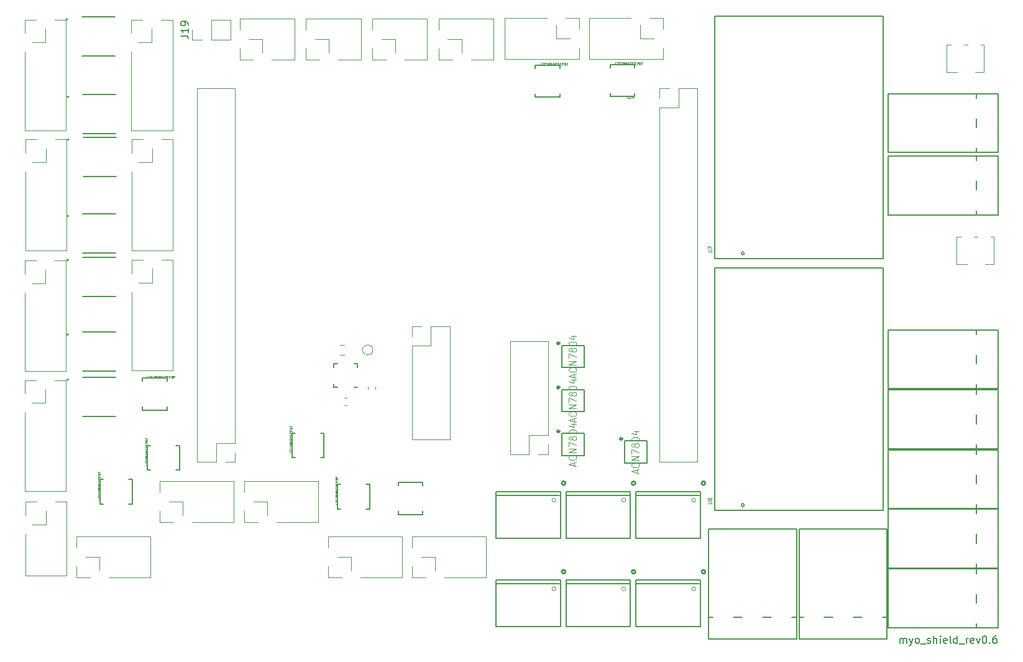
<source format=gbr>
G04 #@! TF.GenerationSoftware,KiCad,Pcbnew,5.0.2-bee76a0~70~ubuntu18.04.1*
G04 #@! TF.CreationDate,2020-03-10T15:21:39+01:00*
G04 #@! TF.ProjectId,myo_shield_pcb,6d796f5f-7368-4696-956c-645f7063622e,rev?*
G04 #@! TF.SameCoordinates,Original*
G04 #@! TF.FileFunction,Legend,Top*
G04 #@! TF.FilePolarity,Positive*
%FSLAX46Y46*%
G04 Gerber Fmt 4.6, Leading zero omitted, Abs format (unit mm)*
G04 Created by KiCad (PCBNEW 5.0.2-bee76a0~70~ubuntu18.04.1) date Di 10 Mär 2020 15:21:39 CET*
%MOMM*%
%LPD*%
G01*
G04 APERTURE LIST*
%ADD10C,0.150000*%
%ADD11C,0.304800*%
%ADD12C,0.127000*%
%ADD13C,0.120000*%
%ADD14C,0.152400*%
%ADD15C,0.254000*%
%ADD16C,0.100000*%
%ADD17C,0.200000*%
%ADD18C,0.050000*%
%ADD19C,0.015000*%
G04 APERTURE END LIST*
D10*
X184028571Y-133052380D02*
X184028571Y-132385714D01*
X184028571Y-132480952D02*
X184076190Y-132433333D01*
X184171428Y-132385714D01*
X184314285Y-132385714D01*
X184409523Y-132433333D01*
X184457142Y-132528571D01*
X184457142Y-133052380D01*
X184457142Y-132528571D02*
X184504761Y-132433333D01*
X184600000Y-132385714D01*
X184742857Y-132385714D01*
X184838095Y-132433333D01*
X184885714Y-132528571D01*
X184885714Y-133052380D01*
X185266666Y-132385714D02*
X185504761Y-133052380D01*
X185742857Y-132385714D02*
X185504761Y-133052380D01*
X185409523Y-133290476D01*
X185361904Y-133338095D01*
X185266666Y-133385714D01*
X186266666Y-133052380D02*
X186171428Y-133004761D01*
X186123809Y-132957142D01*
X186076190Y-132861904D01*
X186076190Y-132576190D01*
X186123809Y-132480952D01*
X186171428Y-132433333D01*
X186266666Y-132385714D01*
X186409523Y-132385714D01*
X186504761Y-132433333D01*
X186552380Y-132480952D01*
X186600000Y-132576190D01*
X186600000Y-132861904D01*
X186552380Y-132957142D01*
X186504761Y-133004761D01*
X186409523Y-133052380D01*
X186266666Y-133052380D01*
X186790476Y-133147619D02*
X187552380Y-133147619D01*
X187742857Y-133004761D02*
X187838095Y-133052380D01*
X188028571Y-133052380D01*
X188123809Y-133004761D01*
X188171428Y-132909523D01*
X188171428Y-132861904D01*
X188123809Y-132766666D01*
X188028571Y-132719047D01*
X187885714Y-132719047D01*
X187790476Y-132671428D01*
X187742857Y-132576190D01*
X187742857Y-132528571D01*
X187790476Y-132433333D01*
X187885714Y-132385714D01*
X188028571Y-132385714D01*
X188123809Y-132433333D01*
X188600000Y-133052380D02*
X188600000Y-132052380D01*
X189028571Y-133052380D02*
X189028571Y-132528571D01*
X188980952Y-132433333D01*
X188885714Y-132385714D01*
X188742857Y-132385714D01*
X188647619Y-132433333D01*
X188600000Y-132480952D01*
X189504761Y-133052380D02*
X189504761Y-132385714D01*
X189504761Y-132052380D02*
X189457142Y-132100000D01*
X189504761Y-132147619D01*
X189552380Y-132100000D01*
X189504761Y-132052380D01*
X189504761Y-132147619D01*
X190361904Y-133004761D02*
X190266666Y-133052380D01*
X190076190Y-133052380D01*
X189980952Y-133004761D01*
X189933333Y-132909523D01*
X189933333Y-132528571D01*
X189980952Y-132433333D01*
X190076190Y-132385714D01*
X190266666Y-132385714D01*
X190361904Y-132433333D01*
X190409523Y-132528571D01*
X190409523Y-132623809D01*
X189933333Y-132719047D01*
X190980952Y-133052380D02*
X190885714Y-133004761D01*
X190838095Y-132909523D01*
X190838095Y-132052380D01*
X191790476Y-133052380D02*
X191790476Y-132052380D01*
X191790476Y-133004761D02*
X191695238Y-133052380D01*
X191504761Y-133052380D01*
X191409523Y-133004761D01*
X191361904Y-132957142D01*
X191314285Y-132861904D01*
X191314285Y-132576190D01*
X191361904Y-132480952D01*
X191409523Y-132433333D01*
X191504761Y-132385714D01*
X191695238Y-132385714D01*
X191790476Y-132433333D01*
X192028571Y-133147619D02*
X192790476Y-133147619D01*
X193028571Y-133052380D02*
X193028571Y-132385714D01*
X193028571Y-132576190D02*
X193076190Y-132480952D01*
X193123809Y-132433333D01*
X193219047Y-132385714D01*
X193314285Y-132385714D01*
X194028571Y-133004761D02*
X193933333Y-133052380D01*
X193742857Y-133052380D01*
X193647619Y-133004761D01*
X193600000Y-132909523D01*
X193600000Y-132528571D01*
X193647619Y-132433333D01*
X193742857Y-132385714D01*
X193933333Y-132385714D01*
X194028571Y-132433333D01*
X194076190Y-132528571D01*
X194076190Y-132623809D01*
X193600000Y-132719047D01*
X194409523Y-132385714D02*
X194647619Y-133052380D01*
X194885714Y-132385714D01*
X195457142Y-132052380D02*
X195552380Y-132052380D01*
X195647619Y-132100000D01*
X195695238Y-132147619D01*
X195742857Y-132242857D01*
X195790476Y-132433333D01*
X195790476Y-132671428D01*
X195742857Y-132861904D01*
X195695238Y-132957142D01*
X195647619Y-133004761D01*
X195552380Y-133052380D01*
X195457142Y-133052380D01*
X195361904Y-133004761D01*
X195314285Y-132957142D01*
X195266666Y-132861904D01*
X195219047Y-132671428D01*
X195219047Y-132433333D01*
X195266666Y-132242857D01*
X195314285Y-132147619D01*
X195361904Y-132100000D01*
X195457142Y-132052380D01*
X196219047Y-132957142D02*
X196266666Y-133004761D01*
X196219047Y-133052380D01*
X196171428Y-133004761D01*
X196219047Y-132957142D01*
X196219047Y-133052380D01*
X197123809Y-132052380D02*
X196933333Y-132052380D01*
X196838095Y-132100000D01*
X196790476Y-132147619D01*
X196695238Y-132290476D01*
X196647619Y-132480952D01*
X196647619Y-132861904D01*
X196695238Y-132957142D01*
X196742857Y-133004761D01*
X196838095Y-133052380D01*
X197028571Y-133052380D01*
X197123809Y-133004761D01*
X197171428Y-132957142D01*
X197219047Y-132861904D01*
X197219047Y-132623809D01*
X197171428Y-132528571D01*
X197123809Y-132480952D01*
X197028571Y-132433333D01*
X196838095Y-132433333D01*
X196742857Y-132480952D01*
X196695238Y-132528571D01*
X196647619Y-132623809D01*
D11*
G04 #@! TO.C,Q3*
X137600000Y-92190000D02*
G75*
G03X137600000Y-92190000I-150000J0D01*
G01*
D12*
X137950000Y-95490000D02*
X140950000Y-95490000D01*
X140950000Y-95490000D02*
X140950000Y-92490000D01*
X140950000Y-92490000D02*
X137950000Y-92490000D01*
X137950000Y-92490000D02*
X137950000Y-95490000D01*
D13*
G04 #@! TO.C,J11*
X136080000Y-91960000D02*
X130880000Y-91960000D01*
X136080000Y-104720000D02*
X136080000Y-91960000D01*
X130880000Y-107320000D02*
X130880000Y-91960000D01*
X136080000Y-104720000D02*
X133480000Y-104720000D01*
X133480000Y-104720000D02*
X133480000Y-107320000D01*
X133480000Y-107320000D02*
X130880000Y-107320000D01*
X136080000Y-105990000D02*
X136080000Y-107320000D01*
X136080000Y-107320000D02*
X134750000Y-107320000D01*
G04 #@! TO.C,J8*
X87540000Y-116530000D02*
X93225000Y-116530000D01*
X93225000Y-116530000D02*
X93225000Y-110930000D01*
X83125000Y-110930000D02*
X93225000Y-110930000D01*
X83125000Y-112460000D02*
X83125000Y-110930000D01*
X84400000Y-113730000D02*
X86270000Y-113730000D01*
X86270000Y-113730000D02*
X86270000Y-115600000D01*
X85000000Y-116530000D02*
X83125000Y-116530000D01*
X83125000Y-116530000D02*
X83125000Y-115000000D01*
G04 #@! TO.C,J17*
X116485000Y-53600000D02*
X119600000Y-53600000D01*
X119600000Y-53600000D02*
X119600000Y-48000000D01*
X112100000Y-48000000D02*
X119600000Y-48000000D01*
X112100000Y-49530000D02*
X112100000Y-48000000D01*
X113345000Y-50800000D02*
X115215000Y-50800000D01*
X115215000Y-50800000D02*
X115215000Y-52670000D01*
X113945000Y-53600000D02*
X112100000Y-53600000D01*
X112100000Y-53600000D02*
X112100000Y-52070000D01*
G04 #@! TO.C,J20*
X117505000Y-124085000D02*
X117505000Y-122555000D01*
X119380000Y-124085000D02*
X117505000Y-124085000D01*
X120650000Y-121285000D02*
X120650000Y-123155000D01*
X118780000Y-121285000D02*
X120650000Y-121285000D01*
X117505000Y-120015000D02*
X117505000Y-118485000D01*
X117505000Y-118485000D02*
X127605000Y-118485000D01*
X127605000Y-124085000D02*
X127605000Y-118485000D01*
X121920000Y-124085000D02*
X127605000Y-124085000D01*
D14*
G04 #@! TO.C,U1*
X115651731Y-111141858D02*
X115651731Y-111599058D01*
X119004531Y-111141858D02*
X115651731Y-111141858D01*
X119004531Y-115510658D02*
X119004531Y-115053458D01*
X115651731Y-115510658D02*
X119004531Y-115510658D01*
X115651731Y-115053458D02*
X115651731Y-115510658D01*
X119004531Y-111599058D02*
X119004531Y-111141858D01*
D13*
G04 #@! TO.C,J16*
X121150000Y-53600000D02*
X121150000Y-52070000D01*
X122995000Y-53600000D02*
X121150000Y-53600000D01*
X124265000Y-50800000D02*
X124265000Y-52670000D01*
X122395000Y-50800000D02*
X124265000Y-50800000D01*
X121150000Y-49530000D02*
X121150000Y-48000000D01*
X121150000Y-48000000D02*
X128650000Y-48000000D01*
X128650000Y-53600000D02*
X128650000Y-48000000D01*
X125535000Y-53600000D02*
X128650000Y-53600000D01*
G04 #@! TO.C,J18*
X103050000Y-53600000D02*
X103050000Y-52070000D01*
X104895000Y-53600000D02*
X103050000Y-53600000D01*
X106165000Y-50800000D02*
X106165000Y-52670000D01*
X104295000Y-50800000D02*
X106165000Y-50800000D01*
X103050000Y-49530000D02*
X103050000Y-48000000D01*
X103050000Y-48000000D02*
X110550000Y-48000000D01*
X110550000Y-53600000D02*
X110550000Y-48000000D01*
X107435000Y-53600000D02*
X110550000Y-53600000D01*
G04 #@! TO.C,J3*
X151220000Y-57460000D02*
X152550000Y-57460000D01*
X151220000Y-58790000D02*
X151220000Y-57460000D01*
X153820000Y-57460000D02*
X156420000Y-57460000D01*
X153820000Y-60060000D02*
X153820000Y-57460000D01*
X151220000Y-60060000D02*
X153820000Y-60060000D01*
X156420000Y-57460000D02*
X156420000Y-108380000D01*
X151220000Y-60060000D02*
X151220000Y-108380000D01*
X151220000Y-108380000D02*
X156420000Y-108380000D01*
G04 #@! TO.C,J6*
X93430000Y-57460000D02*
X88230000Y-57460000D01*
X93430000Y-105780000D02*
X93430000Y-57460000D01*
X88230000Y-108380000D02*
X88230000Y-57460000D01*
X93430000Y-105780000D02*
X90830000Y-105780000D01*
X90830000Y-105780000D02*
X90830000Y-108380000D01*
X90830000Y-108380000D02*
X88230000Y-108380000D01*
X93430000Y-107050000D02*
X93430000Y-108380000D01*
X93430000Y-108380000D02*
X92100000Y-108380000D01*
G04 #@! TO.C,J1*
X71785000Y-124085000D02*
X71785000Y-122555000D01*
X73660000Y-124085000D02*
X71785000Y-124085000D01*
X74930000Y-121285000D02*
X74930000Y-123155000D01*
X73060000Y-121285000D02*
X74930000Y-121285000D01*
X71785000Y-120015000D02*
X71785000Y-118485000D01*
X71785000Y-118485000D02*
X81885000Y-118485000D01*
X81885000Y-124085000D02*
X81885000Y-118485000D01*
X76200000Y-124085000D02*
X81885000Y-124085000D01*
G04 #@! TO.C,J2*
X110490000Y-124085000D02*
X116175000Y-124085000D01*
X116175000Y-124085000D02*
X116175000Y-118485000D01*
X106075000Y-118485000D02*
X116175000Y-118485000D01*
X106075000Y-120015000D02*
X106075000Y-118485000D01*
X107350000Y-121285000D02*
X109220000Y-121285000D01*
X109220000Y-121285000D02*
X109220000Y-123155000D01*
X107950000Y-124085000D02*
X106075000Y-124085000D01*
X106075000Y-124085000D02*
X106075000Y-122555000D01*
G04 #@! TO.C,J4*
X64870000Y-113725000D02*
X66400000Y-113725000D01*
X64870000Y-115600000D02*
X64870000Y-113725000D01*
X67670000Y-116870000D02*
X65800000Y-116870000D01*
X67670000Y-115000000D02*
X67670000Y-116870000D01*
X68940000Y-113725000D02*
X70470000Y-113725000D01*
X70470000Y-113725000D02*
X70470000Y-123825000D01*
X64870000Y-123825000D02*
X70470000Y-123825000D01*
X64870000Y-118140000D02*
X64870000Y-123825000D01*
G04 #@! TO.C,J5*
X94645000Y-116530000D02*
X94645000Y-115000000D01*
X96520000Y-116530000D02*
X94645000Y-116530000D01*
X97790000Y-113730000D02*
X97790000Y-115600000D01*
X95920000Y-113730000D02*
X97790000Y-113730000D01*
X94645000Y-112460000D02*
X94645000Y-110930000D01*
X94645000Y-110930000D02*
X104745000Y-110930000D01*
X104745000Y-116530000D02*
X104745000Y-110930000D01*
X99060000Y-116530000D02*
X104745000Y-116530000D01*
G04 #@! TO.C,J10*
X64810000Y-97225000D02*
X66340000Y-97225000D01*
X64810000Y-99060000D02*
X64810000Y-97225000D01*
X67610000Y-100330000D02*
X65740000Y-100330000D01*
X67610000Y-98460000D02*
X67610000Y-100330000D01*
X68880000Y-97225000D02*
X70410000Y-97225000D01*
X70410000Y-97225000D02*
X70410000Y-112325000D01*
X64810000Y-112325000D02*
X70410000Y-112325000D01*
X64810000Y-101600000D02*
X64810000Y-112325000D01*
G04 #@! TO.C,J12*
X79315000Y-68815000D02*
X79315000Y-79540000D01*
X79315000Y-79540000D02*
X84915000Y-79540000D01*
X84915000Y-64440000D02*
X84915000Y-79540000D01*
X83385000Y-64440000D02*
X84915000Y-64440000D01*
X82115000Y-65675000D02*
X82115000Y-67545000D01*
X82115000Y-67545000D02*
X80245000Y-67545000D01*
X79315000Y-66275000D02*
X79315000Y-64440000D01*
X79315000Y-64440000D02*
X80845000Y-64440000D01*
G04 #@! TO.C,J13*
X79315000Y-80820000D02*
X80845000Y-80820000D01*
X79315000Y-82655000D02*
X79315000Y-80820000D01*
X82115000Y-83925000D02*
X80245000Y-83925000D01*
X82115000Y-82055000D02*
X82115000Y-83925000D01*
X83385000Y-80820000D02*
X84915000Y-80820000D01*
X84915000Y-80820000D02*
X84915000Y-95920000D01*
X79315000Y-95920000D02*
X84915000Y-95920000D01*
X79315000Y-85195000D02*
X79315000Y-95920000D01*
G04 #@! TO.C,J14*
X64840000Y-68815000D02*
X64840000Y-79540000D01*
X64840000Y-79540000D02*
X70440000Y-79540000D01*
X70440000Y-64440000D02*
X70440000Y-79540000D01*
X68910000Y-64440000D02*
X70440000Y-64440000D01*
X67640000Y-65675000D02*
X67640000Y-67545000D01*
X67640000Y-67545000D02*
X65770000Y-67545000D01*
X64840000Y-66275000D02*
X64840000Y-64440000D01*
X64840000Y-64440000D02*
X66370000Y-64440000D01*
G04 #@! TO.C,J15*
X64775000Y-85295000D02*
X64775000Y-96020000D01*
X64775000Y-96020000D02*
X70375000Y-96020000D01*
X70375000Y-80920000D02*
X70375000Y-96020000D01*
X68845000Y-80920000D02*
X70375000Y-80920000D01*
X67575000Y-82155000D02*
X67575000Y-84025000D01*
X67575000Y-84025000D02*
X65705000Y-84025000D01*
X64775000Y-82755000D02*
X64775000Y-80920000D01*
X64775000Y-80920000D02*
X66305000Y-80920000D01*
G04 #@! TO.C,J21*
X94050000Y-53600000D02*
X94050000Y-52070000D01*
X95895000Y-53600000D02*
X94050000Y-53600000D01*
X97165000Y-50800000D02*
X97165000Y-52670000D01*
X95295000Y-50800000D02*
X97165000Y-50800000D01*
X94050000Y-49530000D02*
X94050000Y-48000000D01*
X94050000Y-48000000D02*
X101550000Y-48000000D01*
X101550000Y-53600000D02*
X101550000Y-48000000D01*
X98435000Y-53600000D02*
X101550000Y-53600000D01*
D14*
G04 #@! TO.C,U2*
X111278052Y-114771961D02*
X111735252Y-114771961D01*
X107823652Y-111419161D02*
X107366452Y-111419161D01*
X107366452Y-111419161D02*
X107366452Y-114771961D01*
X107366452Y-114771961D02*
X107823652Y-114771961D01*
X111735252Y-114771961D02*
X111735252Y-111419161D01*
X111735252Y-111419161D02*
X111278052Y-111419161D01*
G04 #@! TO.C,U3*
X105539808Y-104440077D02*
X105082608Y-104440077D01*
X105539808Y-107792877D02*
X105539808Y-104440077D01*
X101171008Y-107792877D02*
X101628208Y-107792877D01*
X101171008Y-104440077D02*
X101171008Y-107792877D01*
X101628208Y-104440077D02*
X101171008Y-104440077D01*
X105082608Y-107792877D02*
X105539808Y-107792877D01*
G04 #@! TO.C,U4*
X85367200Y-109456400D02*
X85824400Y-109456400D01*
X81912800Y-106103600D02*
X81455600Y-106103600D01*
X81455600Y-106103600D02*
X81455600Y-109456400D01*
X81455600Y-109456400D02*
X81912800Y-109456400D01*
X85824400Y-109456400D02*
X85824400Y-106103600D01*
X85824400Y-106103600D02*
X85367200Y-106103600D01*
G04 #@! TO.C,U5*
X78941390Y-114065706D02*
X79398590Y-114065706D01*
X75486990Y-110712906D02*
X75029790Y-110712906D01*
X75029790Y-110712906D02*
X75029790Y-114065706D01*
X75029790Y-114065706D02*
X75486990Y-114065706D01*
X79398590Y-114065706D02*
X79398590Y-110712906D01*
X79398590Y-110712906D02*
X78941390Y-110712906D01*
G04 #@! TO.C,U6*
X84147094Y-101283590D02*
X84147094Y-100826390D01*
X80794294Y-101283590D02*
X84147094Y-101283590D01*
X80794294Y-96914790D02*
X80794294Y-97371990D01*
X84147094Y-96914790D02*
X80794294Y-96914790D01*
X84147094Y-97371990D02*
X84147094Y-96914790D01*
X80794294Y-100826390D02*
X80794294Y-101283590D01*
D10*
G04 #@! TO.C,J31*
X182400000Y-74700000D02*
X197400000Y-74700000D01*
X182400000Y-66700000D02*
X182400000Y-74700000D01*
X197400000Y-66700000D02*
X182400000Y-66700000D01*
X197400000Y-74700000D02*
X197400000Y-66700000D01*
X194400000Y-66700000D02*
X194400000Y-67300000D01*
X194400000Y-70100000D02*
X194400000Y-71300000D01*
X194400000Y-74700000D02*
X194400000Y-74100000D01*
D11*
G04 #@! TO.C,Q1*
X137600000Y-104190000D02*
G75*
G03X137600000Y-104190000I-150000J0D01*
G01*
D12*
X137950000Y-107490000D02*
X140950000Y-107490000D01*
X140950000Y-107490000D02*
X140950000Y-104490000D01*
X140950000Y-104490000D02*
X137950000Y-104490000D01*
X137950000Y-104490000D02*
X137950000Y-107490000D01*
G04 #@! TO.C,Q2*
X137950000Y-98490000D02*
X137950000Y-101490000D01*
X140950000Y-98490000D02*
X137950000Y-98490000D01*
X140950000Y-101490000D02*
X140950000Y-98490000D01*
X137950000Y-101490000D02*
X140950000Y-101490000D01*
D11*
X137600000Y-98190000D02*
G75*
G03X137600000Y-98190000I-150000J0D01*
G01*
D13*
G04 #@! TO.C,RV1*
X195420000Y-51530000D02*
X195420000Y-55270000D01*
X190380000Y-51530000D02*
X190380000Y-55270000D01*
X194240000Y-55270000D02*
X195420000Y-55270000D01*
X190380000Y-55270000D02*
X191760000Y-55270000D01*
X192740000Y-51530000D02*
X193260000Y-51530000D01*
X190380000Y-51530000D02*
X190961000Y-51530000D01*
X195040000Y-51530000D02*
X195420000Y-51530000D01*
G04 #@! TO.C,RV2*
X196390000Y-77680000D02*
X196770000Y-77680000D01*
X191730000Y-77680000D02*
X192311000Y-77680000D01*
X194090000Y-77680000D02*
X194610000Y-77680000D01*
X191730000Y-81420000D02*
X193110000Y-81420000D01*
X195590000Y-81420000D02*
X196770000Y-81420000D01*
X191730000Y-77680000D02*
X191730000Y-81420000D01*
X196770000Y-77680000D02*
X196770000Y-81420000D01*
D14*
G04 #@! TO.C,U7*
X162780000Y-79935000D02*
G75*
G03X162780000Y-79935000I-200000J0D01*
G01*
D12*
X181680000Y-80635000D02*
X158780000Y-80635000D01*
X181680000Y-47635000D02*
X181680000Y-80635000D01*
X158780000Y-47635000D02*
X181680000Y-47635000D01*
X158780000Y-80635000D02*
X158780000Y-47635000D01*
G04 #@! TO.C,U8*
X158780000Y-114925000D02*
X158780000Y-81925000D01*
X158780000Y-81925000D02*
X181680000Y-81925000D01*
X181680000Y-81925000D02*
X181680000Y-114925000D01*
X181680000Y-114925000D02*
X158780000Y-114925000D01*
D14*
X162780000Y-114225000D02*
G75*
G03X162780000Y-114225000I-200000J0D01*
G01*
D15*
G04 #@! TO.C,U9*
X138430000Y-111252000D02*
G75*
G03X138430000Y-111252000I-254000J0D01*
G01*
D16*
X137126100Y-113570000D02*
G75*
G03X137126100Y-113570000I-276100J0D01*
G01*
D14*
X128990000Y-112906000D02*
X137635000Y-112906000D01*
X137735000Y-112390000D02*
X137735000Y-118750000D01*
X128990000Y-112390000D02*
X137735000Y-112390000D01*
X137735000Y-118750000D02*
X128990000Y-118750000D01*
X128990000Y-112906000D02*
X128990000Y-112390000D01*
X128990000Y-118750000D02*
X128990000Y-112906000D01*
G04 #@! TO.C,U10*
X138515000Y-118750000D02*
X138515000Y-112906000D01*
X138515000Y-112906000D02*
X138515000Y-112390000D01*
X147260000Y-118750000D02*
X138515000Y-118750000D01*
X138515000Y-112390000D02*
X147260000Y-112390000D01*
X147260000Y-112390000D02*
X147260000Y-118750000D01*
X138515000Y-112906000D02*
X147160000Y-112906000D01*
D16*
X146651100Y-113570000D02*
G75*
G03X146651100Y-113570000I-276100J0D01*
G01*
D15*
X147955000Y-111252000D02*
G75*
G03X147955000Y-111252000I-254000J0D01*
G01*
G04 #@! TO.C,U11*
X157480000Y-111252000D02*
G75*
G03X157480000Y-111252000I-254000J0D01*
G01*
D16*
X156176100Y-113570000D02*
G75*
G03X156176100Y-113570000I-276100J0D01*
G01*
D14*
X148040000Y-112906000D02*
X156685000Y-112906000D01*
X156785000Y-112390000D02*
X156785000Y-118750000D01*
X148040000Y-112390000D02*
X156785000Y-112390000D01*
X156785000Y-118750000D02*
X148040000Y-118750000D01*
X148040000Y-112906000D02*
X148040000Y-112390000D01*
X148040000Y-118750000D02*
X148040000Y-112906000D01*
G04 #@! TO.C,U12*
X128990000Y-130815000D02*
X128990000Y-124971000D01*
X128990000Y-124971000D02*
X128990000Y-124455000D01*
X137735000Y-130815000D02*
X128990000Y-130815000D01*
X128990000Y-124455000D02*
X137735000Y-124455000D01*
X137735000Y-124455000D02*
X137735000Y-130815000D01*
X128990000Y-124971000D02*
X137635000Y-124971000D01*
D16*
X137126100Y-125635000D02*
G75*
G03X137126100Y-125635000I-276100J0D01*
G01*
D15*
X138430000Y-123317000D02*
G75*
G03X138430000Y-123317000I-254000J0D01*
G01*
D14*
G04 #@! TO.C,U13*
X138515000Y-130815000D02*
X138515000Y-124971000D01*
X138515000Y-124971000D02*
X138515000Y-124455000D01*
X147260000Y-130815000D02*
X138515000Y-130815000D01*
X138515000Y-124455000D02*
X147260000Y-124455000D01*
X147260000Y-124455000D02*
X147260000Y-130815000D01*
X138515000Y-124971000D02*
X147160000Y-124971000D01*
D16*
X146651100Y-125635000D02*
G75*
G03X146651100Y-125635000I-276100J0D01*
G01*
D15*
X147955000Y-123317000D02*
G75*
G03X147955000Y-123317000I-254000J0D01*
G01*
G04 #@! TO.C,U14*
X157480000Y-123317000D02*
G75*
G03X157480000Y-123317000I-254000J0D01*
G01*
D16*
X156176100Y-125635000D02*
G75*
G03X156176100Y-125635000I-276100J0D01*
G01*
D14*
X148040000Y-124971000D02*
X156685000Y-124971000D01*
X156785000Y-124455000D02*
X156785000Y-130815000D01*
X148040000Y-124455000D02*
X156785000Y-124455000D01*
X156785000Y-130815000D02*
X148040000Y-130815000D01*
X148040000Y-124971000D02*
X148040000Y-124455000D01*
X148040000Y-130815000D02*
X148040000Y-124971000D01*
D10*
G04 #@! TO.C,J33*
X170250000Y-129500000D02*
X170850000Y-129500000D01*
X174850000Y-129500000D02*
X173650000Y-129500000D01*
X178850000Y-129500000D02*
X177650000Y-129500000D01*
X182250000Y-129500000D02*
X181650000Y-129500000D01*
X170250000Y-132500000D02*
X182250000Y-132500000D01*
X182250000Y-132500000D02*
X182250000Y-117500000D01*
X182250000Y-117500000D02*
X170250000Y-117500000D01*
X170250000Y-117500000D02*
X170250000Y-132500000D01*
D13*
G04 #@! TO.C,J43*
X79295001Y-52505000D02*
X79295001Y-63230000D01*
X79295001Y-63230000D02*
X84895001Y-63230000D01*
X84895001Y-48130000D02*
X84895001Y-63230000D01*
X83365001Y-48130000D02*
X84895001Y-48130000D01*
X82095001Y-49365000D02*
X82095001Y-51235000D01*
X82095001Y-51235000D02*
X80225001Y-51235000D01*
X79295001Y-49965000D02*
X79295001Y-48130000D01*
X79295001Y-48130000D02*
X80825001Y-48130000D01*
G04 #@! TO.C,J44*
X64810000Y-48130000D02*
X66340000Y-48130000D01*
X64810000Y-49965000D02*
X64810000Y-48130000D01*
X67610000Y-51235000D02*
X65740000Y-51235000D01*
X67610000Y-49365000D02*
X67610000Y-51235000D01*
X68880000Y-48130000D02*
X70410000Y-48130000D01*
X70410000Y-48130000D02*
X70410000Y-63230000D01*
X64810000Y-63230000D02*
X70410000Y-63230000D01*
X64810000Y-52505000D02*
X64810000Y-63230000D01*
D12*
G04 #@! TO.C,U15*
X72645000Y-102160000D02*
X77145000Y-102160000D01*
X77145000Y-96840000D02*
X72645000Y-96840000D01*
D17*
X70715000Y-97160000D02*
G75*
G03X70715000Y-97160000I-100000J0D01*
G01*
D12*
G04 #@! TO.C,U16*
X72735001Y-69445001D02*
X77235001Y-69445001D01*
X77235001Y-64125001D02*
X72735001Y-64125001D01*
D17*
X70805001Y-64445001D02*
G75*
G03X70805001Y-64445001I-100000J0D01*
G01*
G04 #@! TO.C,U17*
X70715000Y-80850000D02*
G75*
G03X70715000Y-80850000I-100000J0D01*
G01*
D12*
X77145000Y-80530000D02*
X72645000Y-80530000D01*
X72645000Y-85850000D02*
X77145000Y-85850000D01*
G04 #@! TO.C,U18*
X72650000Y-79860000D02*
X77150000Y-79860000D01*
X77150000Y-74540000D02*
X72650000Y-74540000D01*
D17*
X70720000Y-74860000D02*
G75*
G03X70720000Y-74860000I-100000J0D01*
G01*
D12*
G04 #@! TO.C,U19*
X72645000Y-96010000D02*
X77145000Y-96010000D01*
X77145000Y-90690000D02*
X72645000Y-90690000D01*
D17*
X70715000Y-91010000D02*
G75*
G03X70715000Y-91010000I-100000J0D01*
G01*
G04 #@! TO.C,U20*
X70620000Y-48060000D02*
G75*
G03X70620000Y-48060000I-100000J0D01*
G01*
D12*
X77050000Y-47740000D02*
X72550000Y-47740000D01*
X72550000Y-53060000D02*
X77050000Y-53060000D01*
D17*
G04 #@! TO.C,U21*
X70750000Y-58620000D02*
G75*
G03X70750000Y-58620000I-100000J0D01*
G01*
D12*
X77180000Y-58300000D02*
X72680000Y-58300000D01*
X72680000Y-63620000D02*
X77180000Y-63620000D01*
D13*
G04 #@! TO.C,J9*
X117490000Y-105275000D02*
X122690000Y-105275000D01*
X117490000Y-92515000D02*
X117490000Y-105275000D01*
X122690000Y-89915000D02*
X122690000Y-105275000D01*
X117490000Y-92515000D02*
X120090000Y-92515000D01*
X120090000Y-92515000D02*
X120090000Y-89915000D01*
X120090000Y-89915000D02*
X122690000Y-89915000D01*
X117490000Y-91245000D02*
X117490000Y-89915000D01*
X117490000Y-89915000D02*
X118820000Y-89915000D01*
G04 #@! TO.C,C13*
X111490000Y-98462779D02*
X111490000Y-98137221D01*
X112510000Y-98462779D02*
X112510000Y-98137221D01*
G04 #@! TO.C,C14*
X108662779Y-99590000D02*
X108337221Y-99590000D01*
X108662779Y-100610000D02*
X108337221Y-100610000D01*
G04 #@! TO.C,C17*
X108258578Y-93810000D02*
X107741422Y-93810000D01*
X108258578Y-92390000D02*
X107741422Y-92390000D01*
D10*
G04 #@! TO.C,MAX1*
X106865000Y-98225000D02*
X106865000Y-97725000D01*
X110115000Y-94975000D02*
X110115000Y-95475000D01*
X106865000Y-94975000D02*
X106865000Y-95475000D01*
X110115000Y-98225000D02*
X109615000Y-98225000D01*
X110115000Y-94975000D02*
X109615000Y-94975000D01*
X106865000Y-94975000D02*
X107365000Y-94975000D01*
X106865000Y-98225000D02*
X107365000Y-98225000D01*
D11*
G04 #@! TO.C,Q4*
X146150000Y-105200000D02*
G75*
G03X146150000Y-105200000I-150000J0D01*
G01*
D12*
X146500000Y-108500000D02*
X149500000Y-108500000D01*
X149500000Y-108500000D02*
X149500000Y-105500000D01*
X149500000Y-105500000D02*
X146500000Y-105500000D01*
X146500000Y-105500000D02*
X146500000Y-108500000D01*
D13*
G04 #@! TO.C,TP1*
X112200000Y-93100000D02*
G75*
G03X112200000Y-93100000I-700000J0D01*
G01*
G04 #@! TO.C,J23*
X151775000Y-47870000D02*
X151775000Y-49400000D01*
X149900000Y-47870000D02*
X151775000Y-47870000D01*
X148630000Y-50670000D02*
X148630000Y-48800000D01*
X150500000Y-50670000D02*
X148630000Y-50670000D01*
X151775000Y-51940000D02*
X151775000Y-53470000D01*
X151775000Y-53470000D02*
X141675000Y-53470000D01*
X141675000Y-47870000D02*
X141675000Y-53470000D01*
X147360000Y-47870000D02*
X141675000Y-47870000D01*
G04 #@! TO.C,J24*
X135860000Y-47870000D02*
X130175000Y-47870000D01*
X130175000Y-47870000D02*
X130175000Y-53470000D01*
X140275000Y-53470000D02*
X130175000Y-53470000D01*
X140275000Y-51940000D02*
X140275000Y-53470000D01*
X139000000Y-50670000D02*
X137130000Y-50670000D01*
X137130000Y-50670000D02*
X137130000Y-48800000D01*
X138400000Y-47870000D02*
X140275000Y-47870000D01*
X140275000Y-47870000D02*
X140275000Y-49400000D01*
D10*
G04 #@! TO.C,J25*
X182395169Y-130947459D02*
X197395169Y-130947459D01*
X182395169Y-122947459D02*
X182395169Y-130947459D01*
X197395169Y-122947459D02*
X182395169Y-122947459D01*
X197395169Y-130947459D02*
X197395169Y-122947459D01*
X194395169Y-122947459D02*
X194395169Y-123547459D01*
X194395169Y-126347459D02*
X194395169Y-127547459D01*
X194395169Y-130947459D02*
X194395169Y-130347459D01*
G04 #@! TO.C,J26*
X194395169Y-122797459D02*
X194395169Y-122197459D01*
X194395169Y-118197459D02*
X194395169Y-119397459D01*
X194395169Y-114797459D02*
X194395169Y-115397459D01*
X197395169Y-122797459D02*
X197395169Y-114797459D01*
X197395169Y-114797459D02*
X182395169Y-114797459D01*
X182395169Y-114797459D02*
X182395169Y-122797459D01*
X182395169Y-122797459D02*
X197395169Y-122797459D01*
G04 #@! TO.C,J27*
X182395169Y-98397459D02*
X197395169Y-98397459D01*
X182395169Y-90397459D02*
X182395169Y-98397459D01*
X197395169Y-90397459D02*
X182395169Y-90397459D01*
X197395169Y-98397459D02*
X197395169Y-90397459D01*
X194395169Y-90397459D02*
X194395169Y-90997459D01*
X194395169Y-93797459D02*
X194395169Y-94997459D01*
X194395169Y-98397459D02*
X194395169Y-97797459D01*
G04 #@! TO.C,J28*
X194395169Y-106547459D02*
X194395169Y-105947459D01*
X194395169Y-101947459D02*
X194395169Y-103147459D01*
X194395169Y-98547459D02*
X194395169Y-99147459D01*
X197395169Y-106547459D02*
X197395169Y-98547459D01*
X197395169Y-98547459D02*
X182395169Y-98547459D01*
X182395169Y-98547459D02*
X182395169Y-106547459D01*
X182395169Y-106547459D02*
X197395169Y-106547459D01*
G04 #@! TO.C,J29*
X182395169Y-114697459D02*
X197395169Y-114697459D01*
X182395169Y-106697459D02*
X182395169Y-114697459D01*
X197395169Y-106697459D02*
X182395169Y-106697459D01*
X197395169Y-114697459D02*
X197395169Y-106697459D01*
X194395169Y-106697459D02*
X194395169Y-107297459D01*
X194395169Y-110097459D02*
X194395169Y-111297459D01*
X194395169Y-114697459D02*
X194395169Y-114097459D01*
G04 #@! TO.C,J30*
X194400000Y-66200000D02*
X194400000Y-65600000D01*
X194400000Y-61600000D02*
X194400000Y-62800000D01*
X194400000Y-58200000D02*
X194400000Y-58800000D01*
X197400000Y-66200000D02*
X197400000Y-58200000D01*
X197400000Y-58200000D02*
X182400000Y-58200000D01*
X182400000Y-58200000D02*
X182400000Y-66200000D01*
X182400000Y-66200000D02*
X197400000Y-66200000D01*
D14*
G04 #@! TO.C,U24*
X147876400Y-58584400D02*
X147876400Y-58127200D01*
X144523600Y-58584400D02*
X147876400Y-58584400D01*
X144523600Y-54215600D02*
X144523600Y-54672800D01*
X147876400Y-54215600D02*
X144523600Y-54215600D01*
X147876400Y-54672800D02*
X147876400Y-54215600D01*
X144523600Y-58127200D02*
X144523600Y-58584400D01*
G04 #@! TO.C,U25*
X134323600Y-58227200D02*
X134323600Y-58684400D01*
X137676400Y-54772800D02*
X137676400Y-54315600D01*
X137676400Y-54315600D02*
X134323600Y-54315600D01*
X134323600Y-54315600D02*
X134323600Y-54772800D01*
X134323600Y-58684400D02*
X137676400Y-58684400D01*
X137676400Y-58684400D02*
X137676400Y-58227200D01*
D10*
G04 #@! TO.C,J32*
X157900000Y-129500000D02*
X158500000Y-129500000D01*
X162500000Y-129500000D02*
X161300000Y-129500000D01*
X166500000Y-129500000D02*
X165300000Y-129500000D01*
X169900000Y-129500000D02*
X169300000Y-129500000D01*
X157900000Y-132500000D02*
X169900000Y-132500000D01*
X169900000Y-132500000D02*
X169900000Y-117500000D01*
X169900000Y-117500000D02*
X157900000Y-117500000D01*
X157900000Y-117500000D02*
X157900000Y-132500000D01*
D13*
G04 #@! TO.C,J19*
X92770000Y-50830000D02*
X92770000Y-48170000D01*
X90170000Y-50830000D02*
X92770000Y-50830000D01*
X90170000Y-48170000D02*
X92770000Y-48170000D01*
X90170000Y-50830000D02*
X90170000Y-48170000D01*
X88900000Y-50830000D02*
X87570000Y-50830000D01*
X87570000Y-50830000D02*
X87570000Y-49500000D01*
G04 #@! TO.C,Q3*
D18*
X139616666Y-96861428D02*
X139616666Y-96432857D01*
X139902380Y-96947142D02*
X138902380Y-96647142D01*
X139902380Y-96347142D01*
X138902380Y-95875714D02*
X138902380Y-95704285D01*
X138950000Y-95618571D01*
X139045238Y-95532857D01*
X139235714Y-95490000D01*
X139569047Y-95490000D01*
X139759523Y-95532857D01*
X139854761Y-95618571D01*
X139902380Y-95704285D01*
X139902380Y-95875714D01*
X139854761Y-95961428D01*
X139759523Y-96047142D01*
X139569047Y-96090000D01*
X139235714Y-96090000D01*
X139045238Y-96047142D01*
X138950000Y-95961428D01*
X138902380Y-95875714D01*
X139902380Y-95104285D02*
X138902380Y-95104285D01*
X139902380Y-94590000D01*
X138902380Y-94590000D01*
X138902380Y-94247142D02*
X138902380Y-93647142D01*
X139902380Y-94032857D01*
X139330952Y-93175714D02*
X139283333Y-93261428D01*
X139235714Y-93304285D01*
X139140476Y-93347142D01*
X139092857Y-93347142D01*
X138997619Y-93304285D01*
X138950000Y-93261428D01*
X138902380Y-93175714D01*
X138902380Y-93004285D01*
X138950000Y-92918571D01*
X138997619Y-92875714D01*
X139092857Y-92832857D01*
X139140476Y-92832857D01*
X139235714Y-92875714D01*
X139283333Y-92918571D01*
X139330952Y-93004285D01*
X139330952Y-93175714D01*
X139378571Y-93261428D01*
X139426190Y-93304285D01*
X139521428Y-93347142D01*
X139711904Y-93347142D01*
X139807142Y-93304285D01*
X139854761Y-93261428D01*
X139902380Y-93175714D01*
X139902380Y-93004285D01*
X139854761Y-92918571D01*
X139807142Y-92875714D01*
X139711904Y-92832857D01*
X139521428Y-92832857D01*
X139426190Y-92875714D01*
X139378571Y-92918571D01*
X139330952Y-93004285D01*
X138902380Y-92275714D02*
X138902380Y-92190000D01*
X138950000Y-92104285D01*
X138997619Y-92061428D01*
X139092857Y-92018571D01*
X139283333Y-91975714D01*
X139521428Y-91975714D01*
X139711904Y-92018571D01*
X139807142Y-92061428D01*
X139854761Y-92104285D01*
X139902380Y-92190000D01*
X139902380Y-92275714D01*
X139854761Y-92361428D01*
X139807142Y-92404285D01*
X139711904Y-92447142D01*
X139521428Y-92490000D01*
X139283333Y-92490000D01*
X139092857Y-92447142D01*
X138997619Y-92404285D01*
X138950000Y-92361428D01*
X138902380Y-92275714D01*
X139235714Y-91204285D02*
X139902380Y-91204285D01*
X138854761Y-91418571D02*
X139569047Y-91632857D01*
X139569047Y-91075714D01*
G04 #@! TO.C,U2*
X107390934Y-113928652D02*
X107390934Y-114078633D01*
X107075973Y-114078633D01*
X107075973Y-113868659D02*
X107075973Y-113688681D01*
X107390934Y-113778670D02*
X107075973Y-113778670D01*
X107360938Y-113403717D02*
X107375936Y-113418715D01*
X107390934Y-113463709D01*
X107390934Y-113493705D01*
X107375936Y-113538700D01*
X107345939Y-113568696D01*
X107315943Y-113583694D01*
X107255951Y-113598692D01*
X107210956Y-113598692D01*
X107150964Y-113583694D01*
X107120967Y-113568696D01*
X107090971Y-113538700D01*
X107075973Y-113493705D01*
X107075973Y-113463709D01*
X107090971Y-113418715D01*
X107105969Y-113403717D01*
X107105969Y-113283731D02*
X107090971Y-113268733D01*
X107075973Y-113238737D01*
X107075973Y-113163746D01*
X107090971Y-113133750D01*
X107105969Y-113118752D01*
X107135965Y-113103754D01*
X107165962Y-113103754D01*
X107210956Y-113118752D01*
X107390934Y-113298730D01*
X107390934Y-113103754D01*
X107210956Y-112923776D02*
X107195958Y-112953772D01*
X107180960Y-112968770D01*
X107150964Y-112983769D01*
X107135965Y-112983769D01*
X107105969Y-112968770D01*
X107090971Y-112953772D01*
X107075973Y-112923776D01*
X107075973Y-112863783D01*
X107090971Y-112833787D01*
X107105969Y-112818789D01*
X107135965Y-112803791D01*
X107150964Y-112803791D01*
X107180960Y-112818789D01*
X107195958Y-112833787D01*
X107210956Y-112863783D01*
X107210956Y-112923776D01*
X107225954Y-112953772D01*
X107240952Y-112968770D01*
X107270949Y-112983769D01*
X107330941Y-112983769D01*
X107360938Y-112968770D01*
X107375936Y-112953772D01*
X107390934Y-112923776D01*
X107390934Y-112863783D01*
X107375936Y-112833787D01*
X107360938Y-112818789D01*
X107330941Y-112803791D01*
X107270949Y-112803791D01*
X107240952Y-112818789D01*
X107225954Y-112833787D01*
X107210956Y-112863783D01*
X107075973Y-112518826D02*
X107075973Y-112668808D01*
X107225954Y-112683806D01*
X107210956Y-112668808D01*
X107195958Y-112638811D01*
X107195958Y-112563821D01*
X107210956Y-112533824D01*
X107225954Y-112518826D01*
X107255951Y-112503828D01*
X107330941Y-112503828D01*
X107360938Y-112518826D01*
X107375936Y-112533824D01*
X107390934Y-112563821D01*
X107390934Y-112638811D01*
X107375936Y-112668808D01*
X107360938Y-112683806D01*
X107075973Y-112218863D02*
X107075973Y-112368845D01*
X107225954Y-112383843D01*
X107210956Y-112368845D01*
X107195958Y-112338848D01*
X107195958Y-112263858D01*
X107210956Y-112233861D01*
X107225954Y-112218863D01*
X107255951Y-112203865D01*
X107330941Y-112203865D01*
X107360938Y-112218863D01*
X107375936Y-112233861D01*
X107390934Y-112263858D01*
X107390934Y-112338848D01*
X107375936Y-112368845D01*
X107360938Y-112383843D01*
X107360938Y-111888904D02*
X107375936Y-111903902D01*
X107390934Y-111948897D01*
X107390934Y-111978893D01*
X107375936Y-112023887D01*
X107345939Y-112053884D01*
X107315943Y-112068882D01*
X107255951Y-112083880D01*
X107210956Y-112083880D01*
X107150964Y-112068882D01*
X107120967Y-112053884D01*
X107090971Y-112023887D01*
X107075973Y-111978893D01*
X107075973Y-111948897D01*
X107090971Y-111903902D01*
X107105969Y-111888904D01*
X107390934Y-111753921D02*
X107075973Y-111753921D01*
X107075973Y-111678930D01*
X107090971Y-111633936D01*
X107120967Y-111603939D01*
X107150964Y-111588941D01*
X107210956Y-111573943D01*
X107255951Y-111573943D01*
X107315943Y-111588941D01*
X107345939Y-111603939D01*
X107375936Y-111633936D01*
X107390934Y-111678930D01*
X107390934Y-111753921D01*
X107225954Y-111438960D02*
X107225954Y-111333973D01*
X107390934Y-111288978D02*
X107390934Y-111438960D01*
X107075973Y-111438960D01*
X107075973Y-111288978D01*
X107390934Y-111153995D02*
X107075973Y-111153995D01*
X107075973Y-111034010D01*
X107090971Y-111004014D01*
X107105969Y-110989016D01*
X107135965Y-110974017D01*
X107180960Y-110974017D01*
X107210956Y-110989016D01*
X107225954Y-111004014D01*
X107240952Y-111034010D01*
X107240952Y-111153995D01*
X107225954Y-110734047D02*
X107240952Y-110689053D01*
X107255951Y-110674055D01*
X107285947Y-110659056D01*
X107330941Y-110659056D01*
X107360938Y-110674055D01*
X107375936Y-110689053D01*
X107390934Y-110719049D01*
X107390934Y-110839034D01*
X107075973Y-110839034D01*
X107075973Y-110734047D01*
X107090971Y-110704051D01*
X107105969Y-110689053D01*
X107135965Y-110674055D01*
X107165962Y-110674055D01*
X107195958Y-110689053D01*
X107210956Y-110704051D01*
X107225954Y-110734047D01*
X107225954Y-110839034D01*
X107225954Y-110419086D02*
X107225954Y-110524073D01*
X107390934Y-110524073D02*
X107075973Y-110524073D01*
X107075973Y-110374092D01*
G04 #@! TO.C,U3*
X101195490Y-106949568D02*
X101195490Y-107099549D01*
X100880529Y-107099549D01*
X100880529Y-106889575D02*
X100880529Y-106709597D01*
X101195490Y-106799586D02*
X100880529Y-106799586D01*
X101165494Y-106424633D02*
X101180492Y-106439631D01*
X101195490Y-106484625D01*
X101195490Y-106514621D01*
X101180492Y-106559616D01*
X101150495Y-106589612D01*
X101120499Y-106604610D01*
X101060507Y-106619608D01*
X101015512Y-106619608D01*
X100955520Y-106604610D01*
X100925523Y-106589612D01*
X100895527Y-106559616D01*
X100880529Y-106514621D01*
X100880529Y-106484625D01*
X100895527Y-106439631D01*
X100910525Y-106424633D01*
X100910525Y-106304647D02*
X100895527Y-106289649D01*
X100880529Y-106259653D01*
X100880529Y-106184662D01*
X100895527Y-106154666D01*
X100910525Y-106139668D01*
X100940521Y-106124670D01*
X100970518Y-106124670D01*
X101015512Y-106139668D01*
X101195490Y-106319646D01*
X101195490Y-106124670D01*
X101015512Y-105944692D02*
X101000514Y-105974688D01*
X100985516Y-105989686D01*
X100955520Y-106004685D01*
X100940521Y-106004685D01*
X100910525Y-105989686D01*
X100895527Y-105974688D01*
X100880529Y-105944692D01*
X100880529Y-105884699D01*
X100895527Y-105854703D01*
X100910525Y-105839705D01*
X100940521Y-105824707D01*
X100955520Y-105824707D01*
X100985516Y-105839705D01*
X101000514Y-105854703D01*
X101015512Y-105884699D01*
X101015512Y-105944692D01*
X101030510Y-105974688D01*
X101045508Y-105989686D01*
X101075505Y-106004685D01*
X101135497Y-106004685D01*
X101165494Y-105989686D01*
X101180492Y-105974688D01*
X101195490Y-105944692D01*
X101195490Y-105884699D01*
X101180492Y-105854703D01*
X101165494Y-105839705D01*
X101135497Y-105824707D01*
X101075505Y-105824707D01*
X101045508Y-105839705D01*
X101030510Y-105854703D01*
X101015512Y-105884699D01*
X100880529Y-105539742D02*
X100880529Y-105689724D01*
X101030510Y-105704722D01*
X101015512Y-105689724D01*
X101000514Y-105659727D01*
X101000514Y-105584737D01*
X101015512Y-105554740D01*
X101030510Y-105539742D01*
X101060507Y-105524744D01*
X101135497Y-105524744D01*
X101165494Y-105539742D01*
X101180492Y-105554740D01*
X101195490Y-105584737D01*
X101195490Y-105659727D01*
X101180492Y-105689724D01*
X101165494Y-105704722D01*
X100880529Y-105239779D02*
X100880529Y-105389761D01*
X101030510Y-105404759D01*
X101015512Y-105389761D01*
X101000514Y-105359764D01*
X101000514Y-105284774D01*
X101015512Y-105254777D01*
X101030510Y-105239779D01*
X101060507Y-105224781D01*
X101135497Y-105224781D01*
X101165494Y-105239779D01*
X101180492Y-105254777D01*
X101195490Y-105284774D01*
X101195490Y-105359764D01*
X101180492Y-105389761D01*
X101165494Y-105404759D01*
X101165494Y-104909820D02*
X101180492Y-104924818D01*
X101195490Y-104969813D01*
X101195490Y-104999809D01*
X101180492Y-105044803D01*
X101150495Y-105074800D01*
X101120499Y-105089798D01*
X101060507Y-105104796D01*
X101015512Y-105104796D01*
X100955520Y-105089798D01*
X100925523Y-105074800D01*
X100895527Y-105044803D01*
X100880529Y-104999809D01*
X100880529Y-104969813D01*
X100895527Y-104924818D01*
X100910525Y-104909820D01*
X101195490Y-104774837D02*
X100880529Y-104774837D01*
X100880529Y-104699846D01*
X100895527Y-104654852D01*
X100925523Y-104624855D01*
X100955520Y-104609857D01*
X101015512Y-104594859D01*
X101060507Y-104594859D01*
X101120499Y-104609857D01*
X101150495Y-104624855D01*
X101180492Y-104654852D01*
X101195490Y-104699846D01*
X101195490Y-104774837D01*
X101030510Y-104459876D02*
X101030510Y-104354889D01*
X101195490Y-104309894D02*
X101195490Y-104459876D01*
X100880529Y-104459876D01*
X100880529Y-104309894D01*
X101195490Y-104174911D02*
X100880529Y-104174911D01*
X100880529Y-104054926D01*
X100895527Y-104024930D01*
X100910525Y-104009932D01*
X100940521Y-103994933D01*
X100985516Y-103994933D01*
X101015512Y-104009932D01*
X101030510Y-104024930D01*
X101045508Y-104054926D01*
X101045508Y-104174911D01*
X101030510Y-103754963D02*
X101045508Y-103709969D01*
X101060507Y-103694971D01*
X101090503Y-103679972D01*
X101135497Y-103679972D01*
X101165494Y-103694971D01*
X101180492Y-103709969D01*
X101195490Y-103739965D01*
X101195490Y-103859950D01*
X100880529Y-103859950D01*
X100880529Y-103754963D01*
X100895527Y-103724967D01*
X100910525Y-103709969D01*
X100940521Y-103694971D01*
X100970518Y-103694971D01*
X101000514Y-103709969D01*
X101015512Y-103724967D01*
X101030510Y-103754963D01*
X101030510Y-103859950D01*
X101030510Y-103440002D02*
X101030510Y-103544989D01*
X101195490Y-103544989D02*
X100880529Y-103544989D01*
X100880529Y-103395008D01*
G04 #@! TO.C,U4*
X81480082Y-108613091D02*
X81480082Y-108763072D01*
X81165121Y-108763072D01*
X81165121Y-108553098D02*
X81165121Y-108373120D01*
X81480082Y-108463109D02*
X81165121Y-108463109D01*
X81450086Y-108088156D02*
X81465084Y-108103154D01*
X81480082Y-108148148D01*
X81480082Y-108178144D01*
X81465084Y-108223139D01*
X81435087Y-108253135D01*
X81405091Y-108268133D01*
X81345099Y-108283131D01*
X81300104Y-108283131D01*
X81240112Y-108268133D01*
X81210115Y-108253135D01*
X81180119Y-108223139D01*
X81165121Y-108178144D01*
X81165121Y-108148148D01*
X81180119Y-108103154D01*
X81195117Y-108088156D01*
X81195117Y-107968170D02*
X81180119Y-107953172D01*
X81165121Y-107923176D01*
X81165121Y-107848185D01*
X81180119Y-107818189D01*
X81195117Y-107803191D01*
X81225113Y-107788193D01*
X81255110Y-107788193D01*
X81300104Y-107803191D01*
X81480082Y-107983169D01*
X81480082Y-107788193D01*
X81300104Y-107608215D02*
X81285106Y-107638211D01*
X81270108Y-107653209D01*
X81240112Y-107668208D01*
X81225113Y-107668208D01*
X81195117Y-107653209D01*
X81180119Y-107638211D01*
X81165121Y-107608215D01*
X81165121Y-107548222D01*
X81180119Y-107518226D01*
X81195117Y-107503228D01*
X81225113Y-107488230D01*
X81240112Y-107488230D01*
X81270108Y-107503228D01*
X81285106Y-107518226D01*
X81300104Y-107548222D01*
X81300104Y-107608215D01*
X81315102Y-107638211D01*
X81330100Y-107653209D01*
X81360097Y-107668208D01*
X81420089Y-107668208D01*
X81450086Y-107653209D01*
X81465084Y-107638211D01*
X81480082Y-107608215D01*
X81480082Y-107548222D01*
X81465084Y-107518226D01*
X81450086Y-107503228D01*
X81420089Y-107488230D01*
X81360097Y-107488230D01*
X81330100Y-107503228D01*
X81315102Y-107518226D01*
X81300104Y-107548222D01*
X81165121Y-107203265D02*
X81165121Y-107353247D01*
X81315102Y-107368245D01*
X81300104Y-107353247D01*
X81285106Y-107323250D01*
X81285106Y-107248260D01*
X81300104Y-107218263D01*
X81315102Y-107203265D01*
X81345099Y-107188267D01*
X81420089Y-107188267D01*
X81450086Y-107203265D01*
X81465084Y-107218263D01*
X81480082Y-107248260D01*
X81480082Y-107323250D01*
X81465084Y-107353247D01*
X81450086Y-107368245D01*
X81165121Y-106903302D02*
X81165121Y-107053284D01*
X81315102Y-107068282D01*
X81300104Y-107053284D01*
X81285106Y-107023287D01*
X81285106Y-106948297D01*
X81300104Y-106918300D01*
X81315102Y-106903302D01*
X81345099Y-106888304D01*
X81420089Y-106888304D01*
X81450086Y-106903302D01*
X81465084Y-106918300D01*
X81480082Y-106948297D01*
X81480082Y-107023287D01*
X81465084Y-107053284D01*
X81450086Y-107068282D01*
X81450086Y-106573343D02*
X81465084Y-106588341D01*
X81480082Y-106633336D01*
X81480082Y-106663332D01*
X81465084Y-106708326D01*
X81435087Y-106738323D01*
X81405091Y-106753321D01*
X81345099Y-106768319D01*
X81300104Y-106768319D01*
X81240112Y-106753321D01*
X81210115Y-106738323D01*
X81180119Y-106708326D01*
X81165121Y-106663332D01*
X81165121Y-106633336D01*
X81180119Y-106588341D01*
X81195117Y-106573343D01*
X81480082Y-106438360D02*
X81165121Y-106438360D01*
X81165121Y-106363369D01*
X81180119Y-106318375D01*
X81210115Y-106288378D01*
X81240112Y-106273380D01*
X81300104Y-106258382D01*
X81345099Y-106258382D01*
X81405091Y-106273380D01*
X81435087Y-106288378D01*
X81465084Y-106318375D01*
X81480082Y-106363369D01*
X81480082Y-106438360D01*
X81315102Y-106123399D02*
X81315102Y-106018412D01*
X81480082Y-105973417D02*
X81480082Y-106123399D01*
X81165121Y-106123399D01*
X81165121Y-105973417D01*
X81480082Y-105838434D02*
X81165121Y-105838434D01*
X81165121Y-105718449D01*
X81180119Y-105688453D01*
X81195117Y-105673455D01*
X81225113Y-105658456D01*
X81270108Y-105658456D01*
X81300104Y-105673455D01*
X81315102Y-105688453D01*
X81330100Y-105718449D01*
X81330100Y-105838434D01*
X81315102Y-105418486D02*
X81330100Y-105373492D01*
X81345099Y-105358494D01*
X81375095Y-105343495D01*
X81420089Y-105343495D01*
X81450086Y-105358494D01*
X81465084Y-105373492D01*
X81480082Y-105403488D01*
X81480082Y-105523473D01*
X81165121Y-105523473D01*
X81165121Y-105418486D01*
X81180119Y-105388490D01*
X81195117Y-105373492D01*
X81225113Y-105358494D01*
X81255110Y-105358494D01*
X81285106Y-105373492D01*
X81300104Y-105388490D01*
X81315102Y-105418486D01*
X81315102Y-105523473D01*
X81315102Y-105103525D02*
X81315102Y-105208512D01*
X81480082Y-105208512D02*
X81165121Y-105208512D01*
X81165121Y-105058531D01*
G04 #@! TO.C,U5*
X75054272Y-113222397D02*
X75054272Y-113372378D01*
X74739311Y-113372378D01*
X74739311Y-113162404D02*
X74739311Y-112982426D01*
X75054272Y-113072415D02*
X74739311Y-113072415D01*
X75024276Y-112697462D02*
X75039274Y-112712460D01*
X75054272Y-112757454D01*
X75054272Y-112787450D01*
X75039274Y-112832445D01*
X75009277Y-112862441D01*
X74979281Y-112877439D01*
X74919289Y-112892437D01*
X74874294Y-112892437D01*
X74814302Y-112877439D01*
X74784305Y-112862441D01*
X74754309Y-112832445D01*
X74739311Y-112787450D01*
X74739311Y-112757454D01*
X74754309Y-112712460D01*
X74769307Y-112697462D01*
X74769307Y-112577476D02*
X74754309Y-112562478D01*
X74739311Y-112532482D01*
X74739311Y-112457491D01*
X74754309Y-112427495D01*
X74769307Y-112412497D01*
X74799303Y-112397499D01*
X74829300Y-112397499D01*
X74874294Y-112412497D01*
X75054272Y-112592475D01*
X75054272Y-112397499D01*
X74874294Y-112217521D02*
X74859296Y-112247517D01*
X74844298Y-112262515D01*
X74814302Y-112277514D01*
X74799303Y-112277514D01*
X74769307Y-112262515D01*
X74754309Y-112247517D01*
X74739311Y-112217521D01*
X74739311Y-112157528D01*
X74754309Y-112127532D01*
X74769307Y-112112534D01*
X74799303Y-112097536D01*
X74814302Y-112097536D01*
X74844298Y-112112534D01*
X74859296Y-112127532D01*
X74874294Y-112157528D01*
X74874294Y-112217521D01*
X74889292Y-112247517D01*
X74904290Y-112262515D01*
X74934287Y-112277514D01*
X74994279Y-112277514D01*
X75024276Y-112262515D01*
X75039274Y-112247517D01*
X75054272Y-112217521D01*
X75054272Y-112157528D01*
X75039274Y-112127532D01*
X75024276Y-112112534D01*
X74994279Y-112097536D01*
X74934287Y-112097536D01*
X74904290Y-112112534D01*
X74889292Y-112127532D01*
X74874294Y-112157528D01*
X74739311Y-111812571D02*
X74739311Y-111962553D01*
X74889292Y-111977551D01*
X74874294Y-111962553D01*
X74859296Y-111932556D01*
X74859296Y-111857566D01*
X74874294Y-111827569D01*
X74889292Y-111812571D01*
X74919289Y-111797573D01*
X74994279Y-111797573D01*
X75024276Y-111812571D01*
X75039274Y-111827569D01*
X75054272Y-111857566D01*
X75054272Y-111932556D01*
X75039274Y-111962553D01*
X75024276Y-111977551D01*
X74739311Y-111512608D02*
X74739311Y-111662590D01*
X74889292Y-111677588D01*
X74874294Y-111662590D01*
X74859296Y-111632593D01*
X74859296Y-111557603D01*
X74874294Y-111527606D01*
X74889292Y-111512608D01*
X74919289Y-111497610D01*
X74994279Y-111497610D01*
X75024276Y-111512608D01*
X75039274Y-111527606D01*
X75054272Y-111557603D01*
X75054272Y-111632593D01*
X75039274Y-111662590D01*
X75024276Y-111677588D01*
X75024276Y-111182649D02*
X75039274Y-111197647D01*
X75054272Y-111242642D01*
X75054272Y-111272638D01*
X75039274Y-111317632D01*
X75009277Y-111347629D01*
X74979281Y-111362627D01*
X74919289Y-111377625D01*
X74874294Y-111377625D01*
X74814302Y-111362627D01*
X74784305Y-111347629D01*
X74754309Y-111317632D01*
X74739311Y-111272638D01*
X74739311Y-111242642D01*
X74754309Y-111197647D01*
X74769307Y-111182649D01*
X75054272Y-111047666D02*
X74739311Y-111047666D01*
X74739311Y-110972675D01*
X74754309Y-110927681D01*
X74784305Y-110897684D01*
X74814302Y-110882686D01*
X74874294Y-110867688D01*
X74919289Y-110867688D01*
X74979281Y-110882686D01*
X75009277Y-110897684D01*
X75039274Y-110927681D01*
X75054272Y-110972675D01*
X75054272Y-111047666D01*
X74889292Y-110732705D02*
X74889292Y-110627718D01*
X75054272Y-110582723D02*
X75054272Y-110732705D01*
X74739311Y-110732705D01*
X74739311Y-110582723D01*
X75054272Y-110447740D02*
X74739311Y-110447740D01*
X74739311Y-110327755D01*
X74754309Y-110297759D01*
X74769307Y-110282761D01*
X74799303Y-110267762D01*
X74844298Y-110267762D01*
X74874294Y-110282761D01*
X74889292Y-110297759D01*
X74904290Y-110327755D01*
X74904290Y-110447740D01*
X74889292Y-110027792D02*
X74904290Y-109982798D01*
X74919289Y-109967800D01*
X74949285Y-109952801D01*
X74994279Y-109952801D01*
X75024276Y-109967800D01*
X75039274Y-109982798D01*
X75054272Y-110012794D01*
X75054272Y-110132779D01*
X74739311Y-110132779D01*
X74739311Y-110027792D01*
X74754309Y-109997796D01*
X74769307Y-109982798D01*
X74799303Y-109967800D01*
X74829300Y-109967800D01*
X74859296Y-109982798D01*
X74874294Y-109997796D01*
X74889292Y-110027792D01*
X74889292Y-110132779D01*
X74889292Y-109712831D02*
X74889292Y-109817818D01*
X75054272Y-109817818D02*
X74739311Y-109817818D01*
X74739311Y-109667837D01*
G04 #@! TO.C,U6*
X81637602Y-96939272D02*
X81487621Y-96939272D01*
X81487621Y-96624311D01*
X81697595Y-96624311D02*
X81877573Y-96624311D01*
X81787584Y-96939272D02*
X81787584Y-96624311D01*
X82162537Y-96909276D02*
X82147539Y-96924274D01*
X82102545Y-96939272D01*
X82072549Y-96939272D01*
X82027554Y-96924274D01*
X81997558Y-96894277D01*
X81982560Y-96864281D01*
X81967562Y-96804289D01*
X81967562Y-96759294D01*
X81982560Y-96699302D01*
X81997558Y-96669305D01*
X82027554Y-96639309D01*
X82072549Y-96624311D01*
X82102545Y-96624311D01*
X82147539Y-96639309D01*
X82162537Y-96654307D01*
X82282523Y-96654307D02*
X82297521Y-96639309D01*
X82327517Y-96624311D01*
X82402508Y-96624311D01*
X82432504Y-96639309D01*
X82447502Y-96654307D01*
X82462500Y-96684303D01*
X82462500Y-96714300D01*
X82447502Y-96759294D01*
X82267524Y-96939272D01*
X82462500Y-96939272D01*
X82642478Y-96759294D02*
X82612482Y-96744296D01*
X82597484Y-96729298D01*
X82582485Y-96699302D01*
X82582485Y-96684303D01*
X82597484Y-96654307D01*
X82612482Y-96639309D01*
X82642478Y-96624311D01*
X82702471Y-96624311D01*
X82732467Y-96639309D01*
X82747465Y-96654307D01*
X82762463Y-96684303D01*
X82762463Y-96699302D01*
X82747465Y-96729298D01*
X82732467Y-96744296D01*
X82702471Y-96759294D01*
X82642478Y-96759294D01*
X82612482Y-96774292D01*
X82597484Y-96789290D01*
X82582485Y-96819287D01*
X82582485Y-96879279D01*
X82597484Y-96909276D01*
X82612482Y-96924274D01*
X82642478Y-96939272D01*
X82702471Y-96939272D01*
X82732467Y-96924274D01*
X82747465Y-96909276D01*
X82762463Y-96879279D01*
X82762463Y-96819287D01*
X82747465Y-96789290D01*
X82732467Y-96774292D01*
X82702471Y-96759294D01*
X83047428Y-96624311D02*
X82897446Y-96624311D01*
X82882448Y-96774292D01*
X82897446Y-96759294D01*
X82927443Y-96744296D01*
X83002433Y-96744296D01*
X83032430Y-96759294D01*
X83047428Y-96774292D01*
X83062426Y-96804289D01*
X83062426Y-96879279D01*
X83047428Y-96909276D01*
X83032430Y-96924274D01*
X83002433Y-96939272D01*
X82927443Y-96939272D01*
X82897446Y-96924274D01*
X82882448Y-96909276D01*
X83347391Y-96624311D02*
X83197409Y-96624311D01*
X83182411Y-96774292D01*
X83197409Y-96759294D01*
X83227406Y-96744296D01*
X83302396Y-96744296D01*
X83332393Y-96759294D01*
X83347391Y-96774292D01*
X83362389Y-96804289D01*
X83362389Y-96879279D01*
X83347391Y-96909276D01*
X83332393Y-96924274D01*
X83302396Y-96939272D01*
X83227406Y-96939272D01*
X83197409Y-96924274D01*
X83182411Y-96909276D01*
X83677350Y-96909276D02*
X83662352Y-96924274D01*
X83617357Y-96939272D01*
X83587361Y-96939272D01*
X83542367Y-96924274D01*
X83512370Y-96894277D01*
X83497372Y-96864281D01*
X83482374Y-96804289D01*
X83482374Y-96759294D01*
X83497372Y-96699302D01*
X83512370Y-96669305D01*
X83542367Y-96639309D01*
X83587361Y-96624311D01*
X83617357Y-96624311D01*
X83662352Y-96639309D01*
X83677350Y-96654307D01*
X83812333Y-96939272D02*
X83812333Y-96624311D01*
X83887324Y-96624311D01*
X83932318Y-96639309D01*
X83962315Y-96669305D01*
X83977313Y-96699302D01*
X83992311Y-96759294D01*
X83992311Y-96804289D01*
X83977313Y-96864281D01*
X83962315Y-96894277D01*
X83932318Y-96924274D01*
X83887324Y-96939272D01*
X83812333Y-96939272D01*
X84127294Y-96774292D02*
X84232281Y-96774292D01*
X84277276Y-96939272D02*
X84127294Y-96939272D01*
X84127294Y-96624311D01*
X84277276Y-96624311D01*
X84412259Y-96939272D02*
X84412259Y-96624311D01*
X84532244Y-96624311D01*
X84562240Y-96639309D01*
X84577238Y-96654307D01*
X84592237Y-96684303D01*
X84592237Y-96729298D01*
X84577238Y-96759294D01*
X84562240Y-96774292D01*
X84532244Y-96789290D01*
X84412259Y-96789290D01*
X84832207Y-96774292D02*
X84877201Y-96789290D01*
X84892199Y-96804289D01*
X84907198Y-96834285D01*
X84907198Y-96879279D01*
X84892199Y-96909276D01*
X84877201Y-96924274D01*
X84847205Y-96939272D01*
X84727220Y-96939272D01*
X84727220Y-96624311D01*
X84832207Y-96624311D01*
X84862203Y-96639309D01*
X84877201Y-96654307D01*
X84892199Y-96684303D01*
X84892199Y-96714300D01*
X84877201Y-96744296D01*
X84862203Y-96759294D01*
X84832207Y-96774292D01*
X84727220Y-96774292D01*
X85147168Y-96774292D02*
X85042181Y-96774292D01*
X85042181Y-96939272D02*
X85042181Y-96624311D01*
X85192162Y-96624311D01*
G04 #@! TO.C,Q1*
X139616666Y-108861428D02*
X139616666Y-108432857D01*
X139902380Y-108947142D02*
X138902380Y-108647142D01*
X139902380Y-108347142D01*
X138902380Y-107875714D02*
X138902380Y-107704285D01*
X138950000Y-107618571D01*
X139045238Y-107532857D01*
X139235714Y-107490000D01*
X139569047Y-107490000D01*
X139759523Y-107532857D01*
X139854761Y-107618571D01*
X139902380Y-107704285D01*
X139902380Y-107875714D01*
X139854761Y-107961428D01*
X139759523Y-108047142D01*
X139569047Y-108090000D01*
X139235714Y-108090000D01*
X139045238Y-108047142D01*
X138950000Y-107961428D01*
X138902380Y-107875714D01*
X139902380Y-107104285D02*
X138902380Y-107104285D01*
X139902380Y-106590000D01*
X138902380Y-106590000D01*
X138902380Y-106247142D02*
X138902380Y-105647142D01*
X139902380Y-106032857D01*
X139330952Y-105175714D02*
X139283333Y-105261428D01*
X139235714Y-105304285D01*
X139140476Y-105347142D01*
X139092857Y-105347142D01*
X138997619Y-105304285D01*
X138950000Y-105261428D01*
X138902380Y-105175714D01*
X138902380Y-105004285D01*
X138950000Y-104918571D01*
X138997619Y-104875714D01*
X139092857Y-104832857D01*
X139140476Y-104832857D01*
X139235714Y-104875714D01*
X139283333Y-104918571D01*
X139330952Y-105004285D01*
X139330952Y-105175714D01*
X139378571Y-105261428D01*
X139426190Y-105304285D01*
X139521428Y-105347142D01*
X139711904Y-105347142D01*
X139807142Y-105304285D01*
X139854761Y-105261428D01*
X139902380Y-105175714D01*
X139902380Y-105004285D01*
X139854761Y-104918571D01*
X139807142Y-104875714D01*
X139711904Y-104832857D01*
X139521428Y-104832857D01*
X139426190Y-104875714D01*
X139378571Y-104918571D01*
X139330952Y-105004285D01*
X138902380Y-104275714D02*
X138902380Y-104190000D01*
X138950000Y-104104285D01*
X138997619Y-104061428D01*
X139092857Y-104018571D01*
X139283333Y-103975714D01*
X139521428Y-103975714D01*
X139711904Y-104018571D01*
X139807142Y-104061428D01*
X139854761Y-104104285D01*
X139902380Y-104190000D01*
X139902380Y-104275714D01*
X139854761Y-104361428D01*
X139807142Y-104404285D01*
X139711904Y-104447142D01*
X139521428Y-104490000D01*
X139283333Y-104490000D01*
X139092857Y-104447142D01*
X138997619Y-104404285D01*
X138950000Y-104361428D01*
X138902380Y-104275714D01*
X139235714Y-103204285D02*
X139902380Y-103204285D01*
X138854761Y-103418571D02*
X139569047Y-103632857D01*
X139569047Y-103075714D01*
G04 #@! TO.C,Q2*
X139616666Y-102861428D02*
X139616666Y-102432857D01*
X139902380Y-102947142D02*
X138902380Y-102647142D01*
X139902380Y-102347142D01*
X138902380Y-101875714D02*
X138902380Y-101704285D01*
X138950000Y-101618571D01*
X139045238Y-101532857D01*
X139235714Y-101490000D01*
X139569047Y-101490000D01*
X139759523Y-101532857D01*
X139854761Y-101618571D01*
X139902380Y-101704285D01*
X139902380Y-101875714D01*
X139854761Y-101961428D01*
X139759523Y-102047142D01*
X139569047Y-102090000D01*
X139235714Y-102090000D01*
X139045238Y-102047142D01*
X138950000Y-101961428D01*
X138902380Y-101875714D01*
X139902380Y-101104285D02*
X138902380Y-101104285D01*
X139902380Y-100590000D01*
X138902380Y-100590000D01*
X138902380Y-100247142D02*
X138902380Y-99647142D01*
X139902380Y-100032857D01*
X139330952Y-99175714D02*
X139283333Y-99261428D01*
X139235714Y-99304285D01*
X139140476Y-99347142D01*
X139092857Y-99347142D01*
X138997619Y-99304285D01*
X138950000Y-99261428D01*
X138902380Y-99175714D01*
X138902380Y-99004285D01*
X138950000Y-98918571D01*
X138997619Y-98875714D01*
X139092857Y-98832857D01*
X139140476Y-98832857D01*
X139235714Y-98875714D01*
X139283333Y-98918571D01*
X139330952Y-99004285D01*
X139330952Y-99175714D01*
X139378571Y-99261428D01*
X139426190Y-99304285D01*
X139521428Y-99347142D01*
X139711904Y-99347142D01*
X139807142Y-99304285D01*
X139854761Y-99261428D01*
X139902380Y-99175714D01*
X139902380Y-99004285D01*
X139854761Y-98918571D01*
X139807142Y-98875714D01*
X139711904Y-98832857D01*
X139521428Y-98832857D01*
X139426190Y-98875714D01*
X139378571Y-98918571D01*
X139330952Y-99004285D01*
X138902380Y-98275714D02*
X138902380Y-98190000D01*
X138950000Y-98104285D01*
X138997619Y-98061428D01*
X139092857Y-98018571D01*
X139283333Y-97975714D01*
X139521428Y-97975714D01*
X139711904Y-98018571D01*
X139807142Y-98061428D01*
X139854761Y-98104285D01*
X139902380Y-98190000D01*
X139902380Y-98275714D01*
X139854761Y-98361428D01*
X139807142Y-98404285D01*
X139711904Y-98447142D01*
X139521428Y-98490000D01*
X139283333Y-98490000D01*
X139092857Y-98447142D01*
X138997619Y-98404285D01*
X138950000Y-98361428D01*
X138902380Y-98275714D01*
X139235714Y-97204285D02*
X139902380Y-97204285D01*
X138854761Y-97418571D02*
X139569047Y-97632857D01*
X139569047Y-97075714D01*
G04 #@! TO.C,U7*
D19*
X157840748Y-79753985D02*
X158230000Y-79753985D01*
X158275794Y-79731087D01*
X158298692Y-79708190D01*
X158321589Y-79662396D01*
X158321589Y-79570807D01*
X158298692Y-79525013D01*
X158275794Y-79502115D01*
X158230000Y-79479218D01*
X157840748Y-79479218D01*
X157840748Y-79296041D02*
X157840748Y-78975480D01*
X158321589Y-79181555D01*
G04 #@! TO.C,U8*
X157840748Y-114043985D02*
X158230000Y-114043985D01*
X158275794Y-114021087D01*
X158298692Y-113998190D01*
X158321589Y-113952396D01*
X158321589Y-113860807D01*
X158298692Y-113815013D01*
X158275794Y-113792115D01*
X158230000Y-113769218D01*
X157840748Y-113769218D01*
X158046823Y-113471555D02*
X158023925Y-113517349D01*
X158001028Y-113540246D01*
X157955234Y-113563144D01*
X157932337Y-113563144D01*
X157886542Y-113540246D01*
X157863645Y-113517349D01*
X157840748Y-113471555D01*
X157840748Y-113379966D01*
X157863645Y-113334172D01*
X157886542Y-113311274D01*
X157932337Y-113288377D01*
X157955234Y-113288377D01*
X158001028Y-113311274D01*
X158023925Y-113334172D01*
X158046823Y-113379966D01*
X158046823Y-113471555D01*
X158069720Y-113517349D01*
X158092617Y-113540246D01*
X158138411Y-113563144D01*
X158230000Y-113563144D01*
X158275794Y-113540246D01*
X158298692Y-113517349D01*
X158321589Y-113471555D01*
X158321589Y-113379966D01*
X158298692Y-113334172D01*
X158275794Y-113311274D01*
X158230000Y-113288377D01*
X158138411Y-113288377D01*
X158092617Y-113311274D01*
X158069720Y-113334172D01*
X158046823Y-113379966D01*
G04 #@! TO.C,Q4*
D18*
X148166666Y-109871428D02*
X148166666Y-109442857D01*
X148452380Y-109957142D02*
X147452380Y-109657142D01*
X148452380Y-109357142D01*
X147452380Y-108885714D02*
X147452380Y-108714285D01*
X147500000Y-108628571D01*
X147595238Y-108542857D01*
X147785714Y-108500000D01*
X148119047Y-108500000D01*
X148309523Y-108542857D01*
X148404761Y-108628571D01*
X148452380Y-108714285D01*
X148452380Y-108885714D01*
X148404761Y-108971428D01*
X148309523Y-109057142D01*
X148119047Y-109100000D01*
X147785714Y-109100000D01*
X147595238Y-109057142D01*
X147500000Y-108971428D01*
X147452380Y-108885714D01*
X148452380Y-108114285D02*
X147452380Y-108114285D01*
X148452380Y-107600000D01*
X147452380Y-107600000D01*
X147452380Y-107257142D02*
X147452380Y-106657142D01*
X148452380Y-107042857D01*
X147880952Y-106185714D02*
X147833333Y-106271428D01*
X147785714Y-106314285D01*
X147690476Y-106357142D01*
X147642857Y-106357142D01*
X147547619Y-106314285D01*
X147500000Y-106271428D01*
X147452380Y-106185714D01*
X147452380Y-106014285D01*
X147500000Y-105928571D01*
X147547619Y-105885714D01*
X147642857Y-105842857D01*
X147690476Y-105842857D01*
X147785714Y-105885714D01*
X147833333Y-105928571D01*
X147880952Y-106014285D01*
X147880952Y-106185714D01*
X147928571Y-106271428D01*
X147976190Y-106314285D01*
X148071428Y-106357142D01*
X148261904Y-106357142D01*
X148357142Y-106314285D01*
X148404761Y-106271428D01*
X148452380Y-106185714D01*
X148452380Y-106014285D01*
X148404761Y-105928571D01*
X148357142Y-105885714D01*
X148261904Y-105842857D01*
X148071428Y-105842857D01*
X147976190Y-105885714D01*
X147928571Y-105928571D01*
X147880952Y-106014285D01*
X147452380Y-105285714D02*
X147452380Y-105200000D01*
X147500000Y-105114285D01*
X147547619Y-105071428D01*
X147642857Y-105028571D01*
X147833333Y-104985714D01*
X148071428Y-104985714D01*
X148261904Y-105028571D01*
X148357142Y-105071428D01*
X148404761Y-105114285D01*
X148452380Y-105200000D01*
X148452380Y-105285714D01*
X148404761Y-105371428D01*
X148357142Y-105414285D01*
X148261904Y-105457142D01*
X148071428Y-105500000D01*
X147833333Y-105500000D01*
X147642857Y-105457142D01*
X147547619Y-105414285D01*
X147500000Y-105371428D01*
X147452380Y-105285714D01*
X147785714Y-104214285D02*
X148452380Y-104214285D01*
X147404761Y-104428571D02*
X148119047Y-104642857D01*
X148119047Y-104085714D01*
G04 #@! TO.C,U24*
X146864248Y-58529921D02*
X146864248Y-58784889D01*
X146879246Y-58814886D01*
X146894244Y-58829884D01*
X146924240Y-58844882D01*
X146984233Y-58844882D01*
X147014229Y-58829884D01*
X147029227Y-58814886D01*
X147044226Y-58784889D01*
X147044226Y-58529921D01*
X147179209Y-58559917D02*
X147194207Y-58544919D01*
X147224203Y-58529921D01*
X147299194Y-58529921D01*
X147329190Y-58544919D01*
X147344188Y-58559917D01*
X147359187Y-58589913D01*
X147359187Y-58619910D01*
X147344188Y-58664904D01*
X147164211Y-58844882D01*
X147359187Y-58844882D01*
X147629153Y-58634908D02*
X147629153Y-58844882D01*
X147554162Y-58514923D02*
X147479172Y-58739895D01*
X147674148Y-58739895D01*
X145366908Y-54240082D02*
X145216927Y-54240082D01*
X145216927Y-53925121D01*
X145426901Y-53925121D02*
X145606879Y-53925121D01*
X145516890Y-54240082D02*
X145516890Y-53925121D01*
X145891843Y-54210086D02*
X145876845Y-54225084D01*
X145831851Y-54240082D01*
X145801855Y-54240082D01*
X145756860Y-54225084D01*
X145726864Y-54195087D01*
X145711866Y-54165091D01*
X145696868Y-54105099D01*
X145696868Y-54060104D01*
X145711866Y-54000112D01*
X145726864Y-53970115D01*
X145756860Y-53940119D01*
X145801855Y-53925121D01*
X145831851Y-53925121D01*
X145876845Y-53940119D01*
X145891843Y-53955117D01*
X146011829Y-53955117D02*
X146026827Y-53940119D01*
X146056823Y-53925121D01*
X146131814Y-53925121D01*
X146161810Y-53940119D01*
X146176808Y-53955117D01*
X146191806Y-53985113D01*
X146191806Y-54015110D01*
X146176808Y-54060104D01*
X145996830Y-54240082D01*
X146191806Y-54240082D01*
X146371784Y-54060104D02*
X146341788Y-54045106D01*
X146326790Y-54030108D01*
X146311791Y-54000112D01*
X146311791Y-53985113D01*
X146326790Y-53955117D01*
X146341788Y-53940119D01*
X146371784Y-53925121D01*
X146431777Y-53925121D01*
X146461773Y-53940119D01*
X146476771Y-53955117D01*
X146491769Y-53985113D01*
X146491769Y-54000112D01*
X146476771Y-54030108D01*
X146461773Y-54045106D01*
X146431777Y-54060104D01*
X146371784Y-54060104D01*
X146341788Y-54075102D01*
X146326790Y-54090100D01*
X146311791Y-54120097D01*
X146311791Y-54180089D01*
X146326790Y-54210086D01*
X146341788Y-54225084D01*
X146371784Y-54240082D01*
X146431777Y-54240082D01*
X146461773Y-54225084D01*
X146476771Y-54210086D01*
X146491769Y-54180089D01*
X146491769Y-54120097D01*
X146476771Y-54090100D01*
X146461773Y-54075102D01*
X146431777Y-54060104D01*
X146776734Y-53925121D02*
X146626752Y-53925121D01*
X146611754Y-54075102D01*
X146626752Y-54060104D01*
X146656749Y-54045106D01*
X146731739Y-54045106D01*
X146761736Y-54060104D01*
X146776734Y-54075102D01*
X146791732Y-54105099D01*
X146791732Y-54180089D01*
X146776734Y-54210086D01*
X146761736Y-54225084D01*
X146731739Y-54240082D01*
X146656749Y-54240082D01*
X146626752Y-54225084D01*
X146611754Y-54210086D01*
X147076697Y-53925121D02*
X146926715Y-53925121D01*
X146911717Y-54075102D01*
X146926715Y-54060104D01*
X146956712Y-54045106D01*
X147031702Y-54045106D01*
X147061699Y-54060104D01*
X147076697Y-54075102D01*
X147091695Y-54105099D01*
X147091695Y-54180089D01*
X147076697Y-54210086D01*
X147061699Y-54225084D01*
X147031702Y-54240082D01*
X146956712Y-54240082D01*
X146926715Y-54225084D01*
X146911717Y-54210086D01*
X147406656Y-54210086D02*
X147391658Y-54225084D01*
X147346663Y-54240082D01*
X147316667Y-54240082D01*
X147271673Y-54225084D01*
X147241676Y-54195087D01*
X147226678Y-54165091D01*
X147211680Y-54105099D01*
X147211680Y-54060104D01*
X147226678Y-54000112D01*
X147241676Y-53970115D01*
X147271673Y-53940119D01*
X147316667Y-53925121D01*
X147346663Y-53925121D01*
X147391658Y-53940119D01*
X147406656Y-53955117D01*
X147541639Y-54240082D02*
X147541639Y-53925121D01*
X147616630Y-53925121D01*
X147661624Y-53940119D01*
X147691621Y-53970115D01*
X147706619Y-54000112D01*
X147721617Y-54060104D01*
X147721617Y-54105099D01*
X147706619Y-54165091D01*
X147691621Y-54195087D01*
X147661624Y-54225084D01*
X147616630Y-54240082D01*
X147541639Y-54240082D01*
X147856600Y-54075102D02*
X147961587Y-54075102D01*
X148006582Y-54240082D02*
X147856600Y-54240082D01*
X147856600Y-53925121D01*
X148006582Y-53925121D01*
X148141565Y-54240082D02*
X148141565Y-53925121D01*
X148261550Y-53925121D01*
X148291546Y-53940119D01*
X148306544Y-53955117D01*
X148321543Y-53985113D01*
X148321543Y-54030108D01*
X148306544Y-54060104D01*
X148291546Y-54075102D01*
X148261550Y-54090100D01*
X148141565Y-54090100D01*
X148561513Y-54075102D02*
X148606507Y-54090100D01*
X148621505Y-54105099D01*
X148636504Y-54135095D01*
X148636504Y-54180089D01*
X148621505Y-54210086D01*
X148606507Y-54225084D01*
X148576511Y-54240082D01*
X148456526Y-54240082D01*
X148456526Y-53925121D01*
X148561513Y-53925121D01*
X148591509Y-53940119D01*
X148606507Y-53955117D01*
X148621505Y-53985113D01*
X148621505Y-54015110D01*
X148606507Y-54045106D01*
X148591509Y-54060104D01*
X148561513Y-54075102D01*
X148456526Y-54075102D01*
X148876474Y-54075102D02*
X148771487Y-54075102D01*
X148771487Y-54240082D02*
X148771487Y-53925121D01*
X148921468Y-53925121D01*
G04 #@! TO.C,U25*
X135166908Y-54340082D02*
X135016927Y-54340082D01*
X135016927Y-54025121D01*
X135226901Y-54025121D02*
X135406879Y-54025121D01*
X135316890Y-54340082D02*
X135316890Y-54025121D01*
X135691843Y-54310086D02*
X135676845Y-54325084D01*
X135631851Y-54340082D01*
X135601855Y-54340082D01*
X135556860Y-54325084D01*
X135526864Y-54295087D01*
X135511866Y-54265091D01*
X135496868Y-54205099D01*
X135496868Y-54160104D01*
X135511866Y-54100112D01*
X135526864Y-54070115D01*
X135556860Y-54040119D01*
X135601855Y-54025121D01*
X135631851Y-54025121D01*
X135676845Y-54040119D01*
X135691843Y-54055117D01*
X135811829Y-54055117D02*
X135826827Y-54040119D01*
X135856823Y-54025121D01*
X135931814Y-54025121D01*
X135961810Y-54040119D01*
X135976808Y-54055117D01*
X135991806Y-54085113D01*
X135991806Y-54115110D01*
X135976808Y-54160104D01*
X135796830Y-54340082D01*
X135991806Y-54340082D01*
X136171784Y-54160104D02*
X136141788Y-54145106D01*
X136126790Y-54130108D01*
X136111791Y-54100112D01*
X136111791Y-54085113D01*
X136126790Y-54055117D01*
X136141788Y-54040119D01*
X136171784Y-54025121D01*
X136231777Y-54025121D01*
X136261773Y-54040119D01*
X136276771Y-54055117D01*
X136291769Y-54085113D01*
X136291769Y-54100112D01*
X136276771Y-54130108D01*
X136261773Y-54145106D01*
X136231777Y-54160104D01*
X136171784Y-54160104D01*
X136141788Y-54175102D01*
X136126790Y-54190100D01*
X136111791Y-54220097D01*
X136111791Y-54280089D01*
X136126790Y-54310086D01*
X136141788Y-54325084D01*
X136171784Y-54340082D01*
X136231777Y-54340082D01*
X136261773Y-54325084D01*
X136276771Y-54310086D01*
X136291769Y-54280089D01*
X136291769Y-54220097D01*
X136276771Y-54190100D01*
X136261773Y-54175102D01*
X136231777Y-54160104D01*
X136576734Y-54025121D02*
X136426752Y-54025121D01*
X136411754Y-54175102D01*
X136426752Y-54160104D01*
X136456749Y-54145106D01*
X136531739Y-54145106D01*
X136561736Y-54160104D01*
X136576734Y-54175102D01*
X136591732Y-54205099D01*
X136591732Y-54280089D01*
X136576734Y-54310086D01*
X136561736Y-54325084D01*
X136531739Y-54340082D01*
X136456749Y-54340082D01*
X136426752Y-54325084D01*
X136411754Y-54310086D01*
X136876697Y-54025121D02*
X136726715Y-54025121D01*
X136711717Y-54175102D01*
X136726715Y-54160104D01*
X136756712Y-54145106D01*
X136831702Y-54145106D01*
X136861699Y-54160104D01*
X136876697Y-54175102D01*
X136891695Y-54205099D01*
X136891695Y-54280089D01*
X136876697Y-54310086D01*
X136861699Y-54325084D01*
X136831702Y-54340082D01*
X136756712Y-54340082D01*
X136726715Y-54325084D01*
X136711717Y-54310086D01*
X137206656Y-54310086D02*
X137191658Y-54325084D01*
X137146663Y-54340082D01*
X137116667Y-54340082D01*
X137071673Y-54325084D01*
X137041676Y-54295087D01*
X137026678Y-54265091D01*
X137011680Y-54205099D01*
X137011680Y-54160104D01*
X137026678Y-54100112D01*
X137041676Y-54070115D01*
X137071673Y-54040119D01*
X137116667Y-54025121D01*
X137146663Y-54025121D01*
X137191658Y-54040119D01*
X137206656Y-54055117D01*
X137341639Y-54340082D02*
X137341639Y-54025121D01*
X137416630Y-54025121D01*
X137461624Y-54040119D01*
X137491621Y-54070115D01*
X137506619Y-54100112D01*
X137521617Y-54160104D01*
X137521617Y-54205099D01*
X137506619Y-54265091D01*
X137491621Y-54295087D01*
X137461624Y-54325084D01*
X137416630Y-54340082D01*
X137341639Y-54340082D01*
X137656600Y-54175102D02*
X137761587Y-54175102D01*
X137806582Y-54340082D02*
X137656600Y-54340082D01*
X137656600Y-54025121D01*
X137806582Y-54025121D01*
X137941565Y-54340082D02*
X137941565Y-54025121D01*
X138061550Y-54025121D01*
X138091546Y-54040119D01*
X138106544Y-54055117D01*
X138121543Y-54085113D01*
X138121543Y-54130108D01*
X138106544Y-54160104D01*
X138091546Y-54175102D01*
X138061550Y-54190100D01*
X137941565Y-54190100D01*
X138361513Y-54175102D02*
X138406507Y-54190100D01*
X138421505Y-54205099D01*
X138436504Y-54235095D01*
X138436504Y-54280089D01*
X138421505Y-54310086D01*
X138406507Y-54325084D01*
X138376511Y-54340082D01*
X138256526Y-54340082D01*
X138256526Y-54025121D01*
X138361513Y-54025121D01*
X138391509Y-54040119D01*
X138406507Y-54055117D01*
X138421505Y-54085113D01*
X138421505Y-54115110D01*
X138406507Y-54145106D01*
X138391509Y-54160104D01*
X138361513Y-54175102D01*
X138256526Y-54175102D01*
X138676474Y-54175102D02*
X138571487Y-54175102D01*
X138571487Y-54340082D02*
X138571487Y-54025121D01*
X138721468Y-54025121D01*
G04 #@! TO.C,J19*
D10*
X86022380Y-50309523D02*
X86736666Y-50309523D01*
X86879523Y-50357142D01*
X86974761Y-50452380D01*
X87022380Y-50595238D01*
X87022380Y-50690476D01*
X87022380Y-49309523D02*
X87022380Y-49880952D01*
X87022380Y-49595238D02*
X86022380Y-49595238D01*
X86165238Y-49690476D01*
X86260476Y-49785714D01*
X86308095Y-49880952D01*
X87022380Y-48833333D02*
X87022380Y-48642857D01*
X86974761Y-48547619D01*
X86927142Y-48500000D01*
X86784285Y-48404761D01*
X86593809Y-48357142D01*
X86212857Y-48357142D01*
X86117619Y-48404761D01*
X86070000Y-48452380D01*
X86022380Y-48547619D01*
X86022380Y-48738095D01*
X86070000Y-48833333D01*
X86117619Y-48880952D01*
X86212857Y-48928571D01*
X86450952Y-48928571D01*
X86546190Y-48880952D01*
X86593809Y-48833333D01*
X86641428Y-48738095D01*
X86641428Y-48547619D01*
X86593809Y-48452380D01*
X86546190Y-48404761D01*
X86450952Y-48357142D01*
G04 #@! TD*
M02*

</source>
